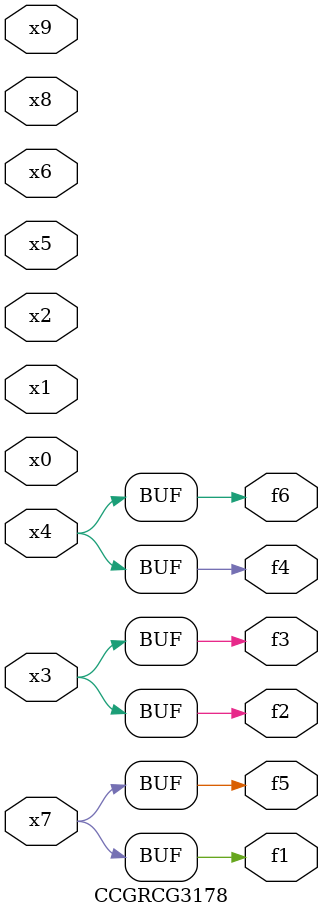
<source format=v>
module CCGRCG3178(
	input x0, x1, x2, x3, x4, x5, x6, x7, x8, x9,
	output f1, f2, f3, f4, f5, f6
);
	assign f1 = x7;
	assign f2 = x3;
	assign f3 = x3;
	assign f4 = x4;
	assign f5 = x7;
	assign f6 = x4;
endmodule

</source>
